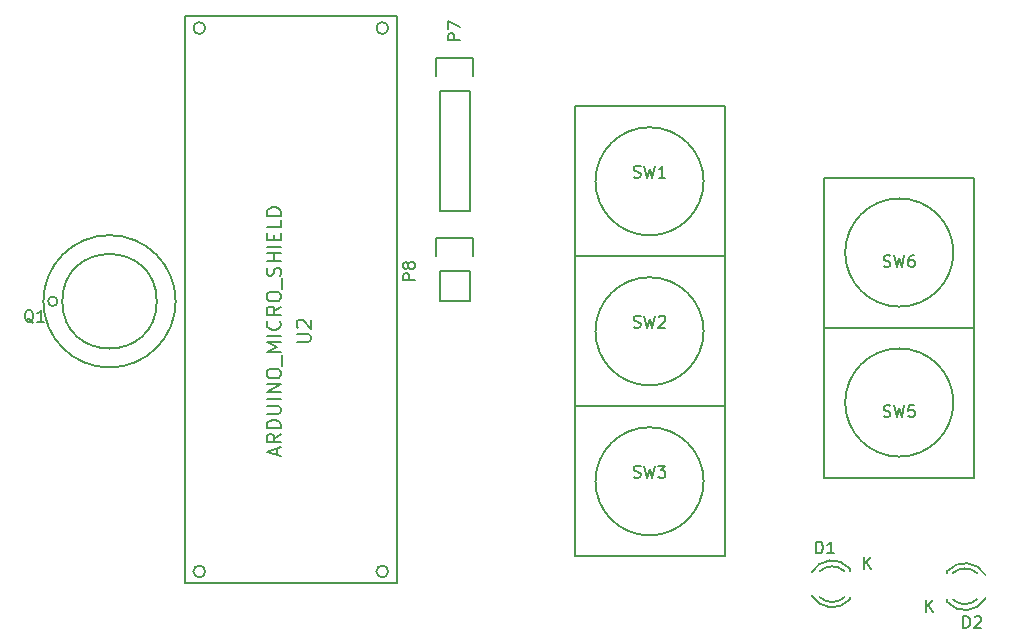
<source format=gbr>
G04 #@! TF.FileFunction,Legend,Top*
%FSLAX46Y46*%
G04 Gerber Fmt 4.6, Leading zero omitted, Abs format (unit mm)*
G04 Created by KiCad (PCBNEW 4.0.4-stable) date 2017 July 07, Friday 12:30:10*
%MOMM*%
%LPD*%
G01*
G04 APERTURE LIST*
%ADD10C,0.100000*%
%ADD11C,0.150000*%
G04 APERTURE END LIST*
D10*
D11*
X119704550Y-163510000D02*
G75*
G03X119704550Y-163510000I-4579050J0D01*
G01*
X121475500Y-169860000D02*
X108775500Y-169860000D01*
X108775500Y-169860000D02*
X108775500Y-157160000D01*
X108775500Y-157160000D02*
X121475500Y-157160000D01*
X121475500Y-157160000D02*
X121475500Y-169860000D01*
X98559050Y-144780000D02*
G75*
G03X98559050Y-144780000I-4579050J0D01*
G01*
X87630000Y-138430000D02*
X100330000Y-138430000D01*
X100330000Y-138430000D02*
X100330000Y-151130000D01*
X100330000Y-151130000D02*
X87630000Y-151130000D01*
X87630000Y-151130000D02*
X87630000Y-138430000D01*
X110943000Y-177578200D02*
X110943000Y-177778200D01*
X110943000Y-180172200D02*
X110943000Y-179992200D01*
X107715256Y-179861843D02*
G75*
G03X110943000Y-180178200I1727744J1003643D01*
G01*
X108390994Y-179991268D02*
G75*
G03X110494000Y-179992200I1052006J1133068D01*
G01*
X110930220Y-177551474D02*
G75*
G03X107693000Y-177898200I-1497220J-1306726D01*
G01*
X110456889Y-177778947D02*
G75*
G03X108409000Y-177798200I-1013889J-1079253D01*
G01*
X119181000Y-180384000D02*
X119181000Y-180184000D01*
X119181000Y-177790000D02*
X119181000Y-177970000D01*
X122408744Y-178100357D02*
G75*
G03X119181000Y-177784000I-1727744J-1003643D01*
G01*
X121733006Y-177970932D02*
G75*
G03X119630000Y-177970000I-1052006J-1133068D01*
G01*
X119193780Y-180410726D02*
G75*
G03X122431000Y-180064000I1497220J1306726D01*
G01*
X119667111Y-180183253D02*
G75*
G03X121715000Y-180164000I1013889J1079253D01*
G01*
X43860000Y-154940000D02*
G75*
G03X43860000Y-154940000I-400000J0D01*
G01*
X52260000Y-154940000D02*
G75*
G03X52260000Y-154940000I-4000000J0D01*
G01*
X53860000Y-154940000D02*
G75*
G03X53860000Y-154940000I-5600000J0D01*
G01*
X98559050Y-157480000D02*
G75*
G03X98559050Y-157480000I-4579050J0D01*
G01*
X87630000Y-151130000D02*
X100330000Y-151130000D01*
X100330000Y-151130000D02*
X100330000Y-163830000D01*
X100330000Y-163830000D02*
X87630000Y-163830000D01*
X87630000Y-163830000D02*
X87630000Y-151130000D01*
X98559050Y-170180000D02*
G75*
G03X98559050Y-170180000I-4579050J0D01*
G01*
X87630000Y-163830000D02*
X100330000Y-163830000D01*
X100330000Y-163830000D02*
X100330000Y-176530000D01*
X100330000Y-176530000D02*
X87630000Y-176530000D01*
X87630000Y-176530000D02*
X87630000Y-163830000D01*
X119704550Y-150810000D02*
G75*
G03X119704550Y-150810000I-4579050J0D01*
G01*
X121475500Y-157160000D02*
X108775500Y-157160000D01*
X108775500Y-157160000D02*
X108775500Y-144460000D01*
X108775500Y-144460000D02*
X121475500Y-144460000D01*
X121475500Y-144460000D02*
X121475500Y-157160000D01*
X56364000Y-131810000D02*
G75*
G03X56364000Y-131810000I-500000J0D01*
G01*
X71856000Y-131810000D02*
G75*
G03X71856000Y-131810000I-500000J0D01*
G01*
X56364000Y-177810000D02*
G75*
G03X56364000Y-177810000I-500000J0D01*
G01*
X71856000Y-177810000D02*
G75*
G03X71856000Y-177810000I-500000J0D01*
G01*
X72610000Y-130810000D02*
X72610000Y-178810000D01*
X72610000Y-178810000D02*
X54610000Y-178810000D01*
X54610000Y-178810000D02*
X54610000Y-130810000D01*
X54610000Y-130810000D02*
X72610000Y-130810000D01*
X75920000Y-149580000D02*
X75920000Y-151130000D01*
X76200000Y-154940000D02*
X76200000Y-152400000D01*
X76200000Y-152400000D02*
X78740000Y-152400000D01*
X79020000Y-151130000D02*
X79020000Y-149580000D01*
X79020000Y-149580000D02*
X75920000Y-149580000D01*
X78740000Y-152400000D02*
X78740000Y-154940000D01*
X78740000Y-154940000D02*
X76200000Y-154940000D01*
X76200000Y-137160000D02*
X76200000Y-147320000D01*
X76200000Y-147320000D02*
X78740000Y-147320000D01*
X78740000Y-147320000D02*
X78740000Y-137160000D01*
X75920000Y-134340000D02*
X75920000Y-135890000D01*
X76200000Y-137160000D02*
X78740000Y-137160000D01*
X79020000Y-135890000D02*
X79020000Y-134340000D01*
X79020000Y-134340000D02*
X75920000Y-134340000D01*
X113792167Y-164676762D02*
X113935024Y-164724381D01*
X114173120Y-164724381D01*
X114268358Y-164676762D01*
X114315977Y-164629143D01*
X114363596Y-164533905D01*
X114363596Y-164438667D01*
X114315977Y-164343429D01*
X114268358Y-164295810D01*
X114173120Y-164248190D01*
X113982643Y-164200571D01*
X113887405Y-164152952D01*
X113839786Y-164105333D01*
X113792167Y-164010095D01*
X113792167Y-163914857D01*
X113839786Y-163819619D01*
X113887405Y-163772000D01*
X113982643Y-163724381D01*
X114220739Y-163724381D01*
X114363596Y-163772000D01*
X114696929Y-163724381D02*
X114935024Y-164724381D01*
X115125501Y-164010095D01*
X115315977Y-164724381D01*
X115554072Y-163724381D01*
X116411215Y-163724381D02*
X115935024Y-163724381D01*
X115887405Y-164200571D01*
X115935024Y-164152952D01*
X116030262Y-164105333D01*
X116268358Y-164105333D01*
X116363596Y-164152952D01*
X116411215Y-164200571D01*
X116458834Y-164295810D01*
X116458834Y-164533905D01*
X116411215Y-164629143D01*
X116363596Y-164676762D01*
X116268358Y-164724381D01*
X116030262Y-164724381D01*
X115935024Y-164676762D01*
X115887405Y-164629143D01*
X92646667Y-144422762D02*
X92789524Y-144470381D01*
X93027620Y-144470381D01*
X93122858Y-144422762D01*
X93170477Y-144375143D01*
X93218096Y-144279905D01*
X93218096Y-144184667D01*
X93170477Y-144089429D01*
X93122858Y-144041810D01*
X93027620Y-143994190D01*
X92837143Y-143946571D01*
X92741905Y-143898952D01*
X92694286Y-143851333D01*
X92646667Y-143756095D01*
X92646667Y-143660857D01*
X92694286Y-143565619D01*
X92741905Y-143518000D01*
X92837143Y-143470381D01*
X93075239Y-143470381D01*
X93218096Y-143518000D01*
X93551429Y-143470381D02*
X93789524Y-144470381D01*
X93980001Y-143756095D01*
X94170477Y-144470381D01*
X94408572Y-143470381D01*
X95313334Y-144470381D02*
X94741905Y-144470381D01*
X95027619Y-144470381D02*
X95027619Y-143470381D01*
X94932381Y-143613238D01*
X94837143Y-143708476D01*
X94741905Y-143756095D01*
X108095905Y-176284581D02*
X108095905Y-175284581D01*
X108334000Y-175284581D01*
X108476858Y-175332200D01*
X108572096Y-175427438D01*
X108619715Y-175522676D01*
X108667334Y-175713152D01*
X108667334Y-175856010D01*
X108619715Y-176046486D01*
X108572096Y-176141724D01*
X108476858Y-176236962D01*
X108334000Y-176284581D01*
X108095905Y-176284581D01*
X109619715Y-176284581D02*
X109048286Y-176284581D01*
X109334000Y-176284581D02*
X109334000Y-175284581D01*
X109238762Y-175427438D01*
X109143524Y-175522676D01*
X109048286Y-175570295D01*
X112172095Y-177604581D02*
X112172095Y-176604581D01*
X112743524Y-177604581D02*
X112314952Y-177033152D01*
X112743524Y-176604581D02*
X112172095Y-177176010D01*
X120551905Y-182582381D02*
X120551905Y-181582381D01*
X120790000Y-181582381D01*
X120932858Y-181630000D01*
X121028096Y-181725238D01*
X121075715Y-181820476D01*
X121123334Y-182010952D01*
X121123334Y-182153810D01*
X121075715Y-182344286D01*
X121028096Y-182439524D01*
X120932858Y-182534762D01*
X120790000Y-182582381D01*
X120551905Y-182582381D01*
X121504286Y-181677619D02*
X121551905Y-181630000D01*
X121647143Y-181582381D01*
X121885239Y-181582381D01*
X121980477Y-181630000D01*
X122028096Y-181677619D01*
X122075715Y-181772857D01*
X122075715Y-181868095D01*
X122028096Y-182010952D01*
X121456667Y-182582381D01*
X122075715Y-182582381D01*
X117428095Y-181262381D02*
X117428095Y-180262381D01*
X117999524Y-181262381D02*
X117570952Y-180690952D01*
X117999524Y-180262381D02*
X117428095Y-180833810D01*
X41814762Y-156757619D02*
X41719524Y-156710000D01*
X41624286Y-156614762D01*
X41481429Y-156471905D01*
X41386190Y-156424286D01*
X41290952Y-156424286D01*
X41338571Y-156662381D02*
X41243333Y-156614762D01*
X41148095Y-156519524D01*
X41100476Y-156329048D01*
X41100476Y-155995714D01*
X41148095Y-155805238D01*
X41243333Y-155710000D01*
X41338571Y-155662381D01*
X41529048Y-155662381D01*
X41624286Y-155710000D01*
X41719524Y-155805238D01*
X41767143Y-155995714D01*
X41767143Y-156329048D01*
X41719524Y-156519524D01*
X41624286Y-156614762D01*
X41529048Y-156662381D01*
X41338571Y-156662381D01*
X42719524Y-156662381D02*
X42148095Y-156662381D01*
X42433809Y-156662381D02*
X42433809Y-155662381D01*
X42338571Y-155805238D01*
X42243333Y-155900476D01*
X42148095Y-155948095D01*
X92646667Y-157122762D02*
X92789524Y-157170381D01*
X93027620Y-157170381D01*
X93122858Y-157122762D01*
X93170477Y-157075143D01*
X93218096Y-156979905D01*
X93218096Y-156884667D01*
X93170477Y-156789429D01*
X93122858Y-156741810D01*
X93027620Y-156694190D01*
X92837143Y-156646571D01*
X92741905Y-156598952D01*
X92694286Y-156551333D01*
X92646667Y-156456095D01*
X92646667Y-156360857D01*
X92694286Y-156265619D01*
X92741905Y-156218000D01*
X92837143Y-156170381D01*
X93075239Y-156170381D01*
X93218096Y-156218000D01*
X93551429Y-156170381D02*
X93789524Y-157170381D01*
X93980001Y-156456095D01*
X94170477Y-157170381D01*
X94408572Y-156170381D01*
X94741905Y-156265619D02*
X94789524Y-156218000D01*
X94884762Y-156170381D01*
X95122858Y-156170381D01*
X95218096Y-156218000D01*
X95265715Y-156265619D01*
X95313334Y-156360857D01*
X95313334Y-156456095D01*
X95265715Y-156598952D01*
X94694286Y-157170381D01*
X95313334Y-157170381D01*
X92646667Y-169822762D02*
X92789524Y-169870381D01*
X93027620Y-169870381D01*
X93122858Y-169822762D01*
X93170477Y-169775143D01*
X93218096Y-169679905D01*
X93218096Y-169584667D01*
X93170477Y-169489429D01*
X93122858Y-169441810D01*
X93027620Y-169394190D01*
X92837143Y-169346571D01*
X92741905Y-169298952D01*
X92694286Y-169251333D01*
X92646667Y-169156095D01*
X92646667Y-169060857D01*
X92694286Y-168965619D01*
X92741905Y-168918000D01*
X92837143Y-168870381D01*
X93075239Y-168870381D01*
X93218096Y-168918000D01*
X93551429Y-168870381D02*
X93789524Y-169870381D01*
X93980001Y-169156095D01*
X94170477Y-169870381D01*
X94408572Y-168870381D01*
X94694286Y-168870381D02*
X95313334Y-168870381D01*
X94980000Y-169251333D01*
X95122858Y-169251333D01*
X95218096Y-169298952D01*
X95265715Y-169346571D01*
X95313334Y-169441810D01*
X95313334Y-169679905D01*
X95265715Y-169775143D01*
X95218096Y-169822762D01*
X95122858Y-169870381D01*
X94837143Y-169870381D01*
X94741905Y-169822762D01*
X94694286Y-169775143D01*
X113792167Y-151976762D02*
X113935024Y-152024381D01*
X114173120Y-152024381D01*
X114268358Y-151976762D01*
X114315977Y-151929143D01*
X114363596Y-151833905D01*
X114363596Y-151738667D01*
X114315977Y-151643429D01*
X114268358Y-151595810D01*
X114173120Y-151548190D01*
X113982643Y-151500571D01*
X113887405Y-151452952D01*
X113839786Y-151405333D01*
X113792167Y-151310095D01*
X113792167Y-151214857D01*
X113839786Y-151119619D01*
X113887405Y-151072000D01*
X113982643Y-151024381D01*
X114220739Y-151024381D01*
X114363596Y-151072000D01*
X114696929Y-151024381D02*
X114935024Y-152024381D01*
X115125501Y-151310095D01*
X115315977Y-152024381D01*
X115554072Y-151024381D01*
X116363596Y-151024381D02*
X116173119Y-151024381D01*
X116077881Y-151072000D01*
X116030262Y-151119619D01*
X115935024Y-151262476D01*
X115887405Y-151452952D01*
X115887405Y-151833905D01*
X115935024Y-151929143D01*
X115982643Y-151976762D01*
X116077881Y-152024381D01*
X116268358Y-152024381D01*
X116363596Y-151976762D01*
X116411215Y-151929143D01*
X116458834Y-151833905D01*
X116458834Y-151595810D01*
X116411215Y-151500571D01*
X116363596Y-151452952D01*
X116268358Y-151405333D01*
X116077881Y-151405333D01*
X115982643Y-151452952D01*
X115935024Y-151500571D01*
X115887405Y-151595810D01*
X64112857Y-158394286D02*
X65084286Y-158394286D01*
X65198571Y-158337143D01*
X65255714Y-158280000D01*
X65312857Y-158165714D01*
X65312857Y-157937143D01*
X65255714Y-157822857D01*
X65198571Y-157765714D01*
X65084286Y-157708571D01*
X64112857Y-157708571D01*
X64227143Y-157194286D02*
X64170000Y-157137143D01*
X64112857Y-157022857D01*
X64112857Y-156737143D01*
X64170000Y-156622857D01*
X64227143Y-156565714D01*
X64341429Y-156508571D01*
X64455714Y-156508571D01*
X64627143Y-156565714D01*
X65312857Y-157251428D01*
X65312857Y-156508571D01*
X62430000Y-167965716D02*
X62430000Y-167394287D01*
X62772857Y-168080001D02*
X61572857Y-167680001D01*
X62772857Y-167280001D01*
X62772857Y-166194287D02*
X62201429Y-166594287D01*
X62772857Y-166880002D02*
X61572857Y-166880002D01*
X61572857Y-166422859D01*
X61630000Y-166308573D01*
X61687143Y-166251430D01*
X61801429Y-166194287D01*
X61972857Y-166194287D01*
X62087143Y-166251430D01*
X62144286Y-166308573D01*
X62201429Y-166422859D01*
X62201429Y-166880002D01*
X62772857Y-165680002D02*
X61572857Y-165680002D01*
X61572857Y-165394287D01*
X61630000Y-165222859D01*
X61744286Y-165108573D01*
X61858571Y-165051430D01*
X62087143Y-164994287D01*
X62258571Y-164994287D01*
X62487143Y-165051430D01*
X62601429Y-165108573D01*
X62715714Y-165222859D01*
X62772857Y-165394287D01*
X62772857Y-165680002D01*
X61572857Y-164480002D02*
X62544286Y-164480002D01*
X62658571Y-164422859D01*
X62715714Y-164365716D01*
X62772857Y-164251430D01*
X62772857Y-164022859D01*
X62715714Y-163908573D01*
X62658571Y-163851430D01*
X62544286Y-163794287D01*
X61572857Y-163794287D01*
X62772857Y-163222859D02*
X61572857Y-163222859D01*
X62772857Y-162651430D02*
X61572857Y-162651430D01*
X62772857Y-161965715D01*
X61572857Y-161965715D01*
X61572857Y-161165715D02*
X61572857Y-160937144D01*
X61630000Y-160822858D01*
X61744286Y-160708572D01*
X61972857Y-160651430D01*
X62372857Y-160651430D01*
X62601429Y-160708572D01*
X62715714Y-160822858D01*
X62772857Y-160937144D01*
X62772857Y-161165715D01*
X62715714Y-161280001D01*
X62601429Y-161394287D01*
X62372857Y-161451430D01*
X61972857Y-161451430D01*
X61744286Y-161394287D01*
X61630000Y-161280001D01*
X61572857Y-161165715D01*
X62887143Y-160422858D02*
X62887143Y-159508572D01*
X62772857Y-159222858D02*
X61572857Y-159222858D01*
X62430000Y-158822858D01*
X61572857Y-158422858D01*
X62772857Y-158422858D01*
X62772857Y-157851429D02*
X61572857Y-157851429D01*
X62658571Y-156594285D02*
X62715714Y-156651428D01*
X62772857Y-156822857D01*
X62772857Y-156937143D01*
X62715714Y-157108571D01*
X62601429Y-157222857D01*
X62487143Y-157280000D01*
X62258571Y-157337143D01*
X62087143Y-157337143D01*
X61858571Y-157280000D01*
X61744286Y-157222857D01*
X61630000Y-157108571D01*
X61572857Y-156937143D01*
X61572857Y-156822857D01*
X61630000Y-156651428D01*
X61687143Y-156594285D01*
X62772857Y-155394285D02*
X62201429Y-155794285D01*
X62772857Y-156080000D02*
X61572857Y-156080000D01*
X61572857Y-155622857D01*
X61630000Y-155508571D01*
X61687143Y-155451428D01*
X61801429Y-155394285D01*
X61972857Y-155394285D01*
X62087143Y-155451428D01*
X62144286Y-155508571D01*
X62201429Y-155622857D01*
X62201429Y-156080000D01*
X61572857Y-154651428D02*
X61572857Y-154422857D01*
X61630000Y-154308571D01*
X61744286Y-154194285D01*
X61972857Y-154137143D01*
X62372857Y-154137143D01*
X62601429Y-154194285D01*
X62715714Y-154308571D01*
X62772857Y-154422857D01*
X62772857Y-154651428D01*
X62715714Y-154765714D01*
X62601429Y-154880000D01*
X62372857Y-154937143D01*
X61972857Y-154937143D01*
X61744286Y-154880000D01*
X61630000Y-154765714D01*
X61572857Y-154651428D01*
X62887143Y-153908571D02*
X62887143Y-152994285D01*
X62715714Y-152765714D02*
X62772857Y-152594285D01*
X62772857Y-152308571D01*
X62715714Y-152194285D01*
X62658571Y-152137142D01*
X62544286Y-152079999D01*
X62430000Y-152079999D01*
X62315714Y-152137142D01*
X62258571Y-152194285D01*
X62201429Y-152308571D01*
X62144286Y-152537142D01*
X62087143Y-152651428D01*
X62030000Y-152708571D01*
X61915714Y-152765714D01*
X61801429Y-152765714D01*
X61687143Y-152708571D01*
X61630000Y-152651428D01*
X61572857Y-152537142D01*
X61572857Y-152251428D01*
X61630000Y-152079999D01*
X62772857Y-151565714D02*
X61572857Y-151565714D01*
X62144286Y-151565714D02*
X62144286Y-150879999D01*
X62772857Y-150879999D02*
X61572857Y-150879999D01*
X62772857Y-150308571D02*
X61572857Y-150308571D01*
X62144286Y-149737142D02*
X62144286Y-149337142D01*
X62772857Y-149165713D02*
X62772857Y-149737142D01*
X61572857Y-149737142D01*
X61572857Y-149165713D01*
X62772857Y-148079999D02*
X62772857Y-148651428D01*
X61572857Y-148651428D01*
X62772857Y-147679999D02*
X61572857Y-147679999D01*
X61572857Y-147394284D01*
X61630000Y-147222856D01*
X61744286Y-147108570D01*
X61858571Y-147051427D01*
X62087143Y-146994284D01*
X62258571Y-146994284D01*
X62487143Y-147051427D01*
X62601429Y-147108570D01*
X62715714Y-147222856D01*
X62772857Y-147394284D01*
X62772857Y-147679999D01*
X74112381Y-153138095D02*
X73112381Y-153138095D01*
X73112381Y-152757142D01*
X73160000Y-152661904D01*
X73207619Y-152614285D01*
X73302857Y-152566666D01*
X73445714Y-152566666D01*
X73540952Y-152614285D01*
X73588571Y-152661904D01*
X73636190Y-152757142D01*
X73636190Y-153138095D01*
X73540952Y-151995238D02*
X73493333Y-152090476D01*
X73445714Y-152138095D01*
X73350476Y-152185714D01*
X73302857Y-152185714D01*
X73207619Y-152138095D01*
X73160000Y-152090476D01*
X73112381Y-151995238D01*
X73112381Y-151804761D01*
X73160000Y-151709523D01*
X73207619Y-151661904D01*
X73302857Y-151614285D01*
X73350476Y-151614285D01*
X73445714Y-151661904D01*
X73493333Y-151709523D01*
X73540952Y-151804761D01*
X73540952Y-151995238D01*
X73588571Y-152090476D01*
X73636190Y-152138095D01*
X73731429Y-152185714D01*
X73921905Y-152185714D01*
X74017143Y-152138095D01*
X74064762Y-152090476D01*
X74112381Y-151995238D01*
X74112381Y-151804761D01*
X74064762Y-151709523D01*
X74017143Y-151661904D01*
X73921905Y-151614285D01*
X73731429Y-151614285D01*
X73636190Y-151661904D01*
X73588571Y-151709523D01*
X73540952Y-151804761D01*
X77922381Y-132818095D02*
X76922381Y-132818095D01*
X76922381Y-132437142D01*
X76970000Y-132341904D01*
X77017619Y-132294285D01*
X77112857Y-132246666D01*
X77255714Y-132246666D01*
X77350952Y-132294285D01*
X77398571Y-132341904D01*
X77446190Y-132437142D01*
X77446190Y-132818095D01*
X76922381Y-131913333D02*
X76922381Y-131246666D01*
X77922381Y-131675238D01*
M02*

</source>
